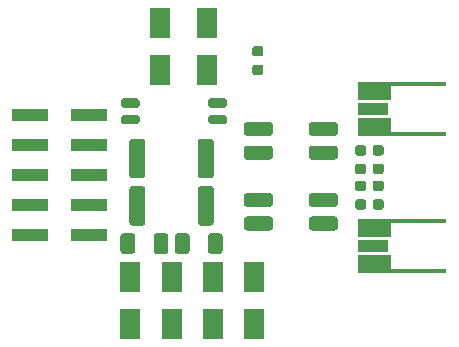
<source format=gtp>
G04 #@! TF.GenerationSoftware,KiCad,Pcbnew,5.1.9-73d0e3b20d~88~ubuntu20.04.1*
G04 #@! TF.CreationDate,2021-08-23T08:34:32+03:00*
G04 #@! TF.ProjectId,multirange_adapter,6d756c74-6972-4616-9e67-655f61646170,rev?*
G04 #@! TF.SameCoordinates,Original*
G04 #@! TF.FileFunction,Paste,Top*
G04 #@! TF.FilePolarity,Positive*
%FSLAX46Y46*%
G04 Gerber Fmt 4.6, Leading zero omitted, Abs format (unit mm)*
G04 Created by KiCad (PCBNEW 5.1.9-73d0e3b20d~88~ubuntu20.04.1) date 2021-08-23 08:34:32*
%MOMM*%
%LPD*%
G01*
G04 APERTURE LIST*
%ADD10C,0.350000*%
%ADD11R,2.600000X1.100000*%
%ADD12R,3.150000X1.000000*%
%ADD13R,1.800000X2.500000*%
G04 APERTURE END LIST*
D10*
G04 #@! TO.C,J4*
G36*
X110250000Y-106600000D02*
G01*
X117750000Y-106600000D01*
X117750000Y-106950000D01*
X113050000Y-106950000D01*
X113050000Y-108150000D01*
X110250000Y-108150000D01*
X110250000Y-106600000D01*
G37*
G36*
X110250000Y-109650000D02*
G01*
X113050000Y-109650000D01*
X113050000Y-110850000D01*
X117750000Y-110850000D01*
X117750000Y-111200000D01*
X110250000Y-111200000D01*
X110250000Y-109650000D01*
G37*
D11*
X111550000Y-108900000D03*
G04 #@! TD*
D10*
G04 #@! TO.C,J3*
G36*
X110250000Y-95000000D02*
G01*
X117750000Y-95000000D01*
X117750000Y-95350000D01*
X113050000Y-95350000D01*
X113050000Y-96550000D01*
X110250000Y-96550000D01*
X110250000Y-95000000D01*
G37*
G36*
X110250000Y-98050000D02*
G01*
X113050000Y-98050000D01*
X113050000Y-99250000D01*
X117750000Y-99250000D01*
X117750000Y-99600000D01*
X110250000Y-99600000D01*
X110250000Y-98050000D01*
G37*
D11*
X111550000Y-97300000D03*
G04 #@! TD*
G04 #@! TO.C,C2*
G36*
G01*
X112256250Y-104250000D02*
X111743750Y-104250000D01*
G75*
G02*
X111525000Y-104031250I0J218750D01*
G01*
X111525000Y-103593750D01*
G75*
G02*
X111743750Y-103375000I218750J0D01*
G01*
X112256250Y-103375000D01*
G75*
G02*
X112475000Y-103593750I0J-218750D01*
G01*
X112475000Y-104031250D01*
G75*
G02*
X112256250Y-104250000I-218750J0D01*
G01*
G37*
G36*
G01*
X112256250Y-105825000D02*
X111743750Y-105825000D01*
G75*
G02*
X111525000Y-105606250I0J218750D01*
G01*
X111525000Y-105168750D01*
G75*
G02*
X111743750Y-104950000I218750J0D01*
G01*
X112256250Y-104950000D01*
G75*
G02*
X112475000Y-105168750I0J-218750D01*
G01*
X112475000Y-105606250D01*
G75*
G02*
X112256250Y-105825000I-218750J0D01*
G01*
G37*
G04 #@! TD*
G04 #@! TO.C,C1*
G36*
G01*
X111743750Y-101937500D02*
X112256250Y-101937500D01*
G75*
G02*
X112475000Y-102156250I0J-218750D01*
G01*
X112475000Y-102593750D01*
G75*
G02*
X112256250Y-102812500I-218750J0D01*
G01*
X111743750Y-102812500D01*
G75*
G02*
X111525000Y-102593750I0J218750D01*
G01*
X111525000Y-102156250D01*
G75*
G02*
X111743750Y-101937500I218750J0D01*
G01*
G37*
G36*
G01*
X111743750Y-100362500D02*
X112256250Y-100362500D01*
G75*
G02*
X112475000Y-100581250I0J-218750D01*
G01*
X112475000Y-101018750D01*
G75*
G02*
X112256250Y-101237500I-218750J0D01*
G01*
X111743750Y-101237500D01*
G75*
G02*
X111525000Y-101018750I0J218750D01*
G01*
X111525000Y-100581250D01*
G75*
G02*
X111743750Y-100362500I218750J0D01*
G01*
G37*
G04 #@! TD*
G04 #@! TO.C,R7*
G36*
G01*
X110756250Y-104250000D02*
X110243750Y-104250000D01*
G75*
G02*
X110025000Y-104031250I0J218750D01*
G01*
X110025000Y-103593750D01*
G75*
G02*
X110243750Y-103375000I218750J0D01*
G01*
X110756250Y-103375000D01*
G75*
G02*
X110975000Y-103593750I0J-218750D01*
G01*
X110975000Y-104031250D01*
G75*
G02*
X110756250Y-104250000I-218750J0D01*
G01*
G37*
G36*
G01*
X110756250Y-105825000D02*
X110243750Y-105825000D01*
G75*
G02*
X110025000Y-105606250I0J218750D01*
G01*
X110025000Y-105168750D01*
G75*
G02*
X110243750Y-104950000I218750J0D01*
G01*
X110756250Y-104950000D01*
G75*
G02*
X110975000Y-105168750I0J-218750D01*
G01*
X110975000Y-105606250D01*
G75*
G02*
X110756250Y-105825000I-218750J0D01*
G01*
G37*
G04 #@! TD*
G04 #@! TO.C,R6*
G36*
G01*
X110243750Y-101950000D02*
X110756250Y-101950000D01*
G75*
G02*
X110975000Y-102168750I0J-218750D01*
G01*
X110975000Y-102606250D01*
G75*
G02*
X110756250Y-102825000I-218750J0D01*
G01*
X110243750Y-102825000D01*
G75*
G02*
X110025000Y-102606250I0J218750D01*
G01*
X110025000Y-102168750D01*
G75*
G02*
X110243750Y-101950000I218750J0D01*
G01*
G37*
G36*
G01*
X110243750Y-100375000D02*
X110756250Y-100375000D01*
G75*
G02*
X110975000Y-100593750I0J-218750D01*
G01*
X110975000Y-101031250D01*
G75*
G02*
X110756250Y-101250000I-218750J0D01*
G01*
X110243750Y-101250000D01*
G75*
G02*
X110025000Y-101031250I0J218750D01*
G01*
X110025000Y-100593750D01*
G75*
G02*
X110243750Y-100375000I218750J0D01*
G01*
G37*
G04 #@! TD*
G04 #@! TO.C,R1*
G36*
G01*
X102056250Y-92850000D02*
X101543750Y-92850000D01*
G75*
G02*
X101325000Y-92631250I0J218750D01*
G01*
X101325000Y-92193750D01*
G75*
G02*
X101543750Y-91975000I218750J0D01*
G01*
X102056250Y-91975000D01*
G75*
G02*
X102275000Y-92193750I0J-218750D01*
G01*
X102275000Y-92631250D01*
G75*
G02*
X102056250Y-92850000I-218750J0D01*
G01*
G37*
G36*
G01*
X102056250Y-94425000D02*
X101543750Y-94425000D01*
G75*
G02*
X101325000Y-94206250I0J218750D01*
G01*
X101325000Y-93768750D01*
G75*
G02*
X101543750Y-93550000I218750J0D01*
G01*
X102056250Y-93550000D01*
G75*
G02*
X102275000Y-93768750I0J-218750D01*
G01*
X102275000Y-94206250D01*
G75*
G02*
X102056250Y-94425000I-218750J0D01*
G01*
G37*
G04 #@! TD*
D12*
G04 #@! TO.C,J2*
X87525000Y-107980000D03*
X82475000Y-107980000D03*
X87525000Y-105440000D03*
X82475000Y-105440000D03*
X87525000Y-102900000D03*
X82475000Y-102900000D03*
X87525000Y-100360000D03*
X82475000Y-100360000D03*
X87525000Y-97820000D03*
X82475000Y-97820000D03*
G04 #@! TD*
G04 #@! TO.C,R3*
G36*
G01*
X92275000Y-100074999D02*
X92275000Y-102925001D01*
G75*
G02*
X92025001Y-103175000I-249999J0D01*
G01*
X91174999Y-103175000D01*
G75*
G02*
X90925000Y-102925001I0J249999D01*
G01*
X90925000Y-100074999D01*
G75*
G02*
X91174999Y-99825000I249999J0D01*
G01*
X92025001Y-99825000D01*
G75*
G02*
X92275000Y-100074999I0J-249999D01*
G01*
G37*
G36*
G01*
X98075000Y-100074999D02*
X98075000Y-102925001D01*
G75*
G02*
X97825001Y-103175000I-249999J0D01*
G01*
X96974999Y-103175000D01*
G75*
G02*
X96725000Y-102925001I0J249999D01*
G01*
X96725000Y-100074999D01*
G75*
G02*
X96974999Y-99825000I249999J0D01*
G01*
X97825001Y-99825000D01*
G75*
G02*
X98075000Y-100074999I0J-249999D01*
G01*
G37*
G04 #@! TD*
G04 #@! TO.C,R5*
G36*
G01*
X91425000Y-108075000D02*
X91425000Y-109325000D01*
G75*
G02*
X91175000Y-109575000I-250000J0D01*
G01*
X90425000Y-109575000D01*
G75*
G02*
X90175000Y-109325000I0J250000D01*
G01*
X90175000Y-108075000D01*
G75*
G02*
X90425000Y-107825000I250000J0D01*
G01*
X91175000Y-107825000D01*
G75*
G02*
X91425000Y-108075000I0J-250000D01*
G01*
G37*
G36*
G01*
X94225000Y-108075000D02*
X94225000Y-109325000D01*
G75*
G02*
X93975000Y-109575000I-250000J0D01*
G01*
X93225000Y-109575000D01*
G75*
G02*
X92975000Y-109325000I0J250000D01*
G01*
X92975000Y-108075000D01*
G75*
G02*
X93225000Y-107825000I250000J0D01*
G01*
X93975000Y-107825000D01*
G75*
G02*
X94225000Y-108075000I0J-250000D01*
G01*
G37*
G04 #@! TD*
G04 #@! TO.C,R2*
G36*
G01*
X97575000Y-109325000D02*
X97575000Y-108075000D01*
G75*
G02*
X97825000Y-107825000I250000J0D01*
G01*
X98575000Y-107825000D01*
G75*
G02*
X98825000Y-108075000I0J-250000D01*
G01*
X98825000Y-109325000D01*
G75*
G02*
X98575000Y-109575000I-250000J0D01*
G01*
X97825000Y-109575000D01*
G75*
G02*
X97575000Y-109325000I0J250000D01*
G01*
G37*
G36*
G01*
X94775000Y-109325000D02*
X94775000Y-108075000D01*
G75*
G02*
X95025000Y-107825000I250000J0D01*
G01*
X95775000Y-107825000D01*
G75*
G02*
X96025000Y-108075000I0J-250000D01*
G01*
X96025000Y-109325000D01*
G75*
G02*
X95775000Y-109575000I-250000J0D01*
G01*
X95025000Y-109575000D01*
G75*
G02*
X94775000Y-109325000I0J250000D01*
G01*
G37*
G04 #@! TD*
G04 #@! TO.C,SW2*
G36*
G01*
X106400000Y-106400000D02*
X108300000Y-106400000D01*
G75*
G02*
X108600000Y-106700000I0J-300000D01*
G01*
X108600000Y-107300000D01*
G75*
G02*
X108300000Y-107600000I-300000J0D01*
G01*
X106400000Y-107600000D01*
G75*
G02*
X106100000Y-107300000I0J300000D01*
G01*
X106100000Y-106700000D01*
G75*
G02*
X106400000Y-106400000I300000J0D01*
G01*
G37*
G36*
G01*
X106400000Y-104400000D02*
X108300000Y-104400000D01*
G75*
G02*
X108600000Y-104700000I0J-300000D01*
G01*
X108600000Y-105300000D01*
G75*
G02*
X108300000Y-105600000I-300000J0D01*
G01*
X106400000Y-105600000D01*
G75*
G02*
X106100000Y-105300000I0J300000D01*
G01*
X106100000Y-104700000D01*
G75*
G02*
X106400000Y-104400000I300000J0D01*
G01*
G37*
G36*
G01*
X106400000Y-100400000D02*
X108300000Y-100400000D01*
G75*
G02*
X108600000Y-100700000I0J-300000D01*
G01*
X108600000Y-101300000D01*
G75*
G02*
X108300000Y-101600000I-300000J0D01*
G01*
X106400000Y-101600000D01*
G75*
G02*
X106100000Y-101300000I0J300000D01*
G01*
X106100000Y-100700000D01*
G75*
G02*
X106400000Y-100400000I300000J0D01*
G01*
G37*
G36*
G01*
X106400000Y-98400000D02*
X108300000Y-98400000D01*
G75*
G02*
X108600000Y-98700000I0J-300000D01*
G01*
X108600000Y-99300000D01*
G75*
G02*
X108300000Y-99600000I-300000J0D01*
G01*
X106400000Y-99600000D01*
G75*
G02*
X106100000Y-99300000I0J300000D01*
G01*
X106100000Y-98700000D01*
G75*
G02*
X106400000Y-98400000I300000J0D01*
G01*
G37*
G36*
G01*
X100900000Y-106400000D02*
X102800000Y-106400000D01*
G75*
G02*
X103100000Y-106700000I0J-300000D01*
G01*
X103100000Y-107300000D01*
G75*
G02*
X102800000Y-107600000I-300000J0D01*
G01*
X100900000Y-107600000D01*
G75*
G02*
X100600000Y-107300000I0J300000D01*
G01*
X100600000Y-106700000D01*
G75*
G02*
X100900000Y-106400000I300000J0D01*
G01*
G37*
G36*
G01*
X100900000Y-104400000D02*
X102800000Y-104400000D01*
G75*
G02*
X103100000Y-104700000I0J-300000D01*
G01*
X103100000Y-105300000D01*
G75*
G02*
X102800000Y-105600000I-300000J0D01*
G01*
X100900000Y-105600000D01*
G75*
G02*
X100600000Y-105300000I0J300000D01*
G01*
X100600000Y-104700000D01*
G75*
G02*
X100900000Y-104400000I300000J0D01*
G01*
G37*
G36*
G01*
X100900000Y-100400000D02*
X102800000Y-100400000D01*
G75*
G02*
X103100000Y-100700000I0J-300000D01*
G01*
X103100000Y-101300000D01*
G75*
G02*
X102800000Y-101600000I-300000J0D01*
G01*
X100900000Y-101600000D01*
G75*
G02*
X100600000Y-101300000I0J300000D01*
G01*
X100600000Y-100700000D01*
G75*
G02*
X100900000Y-100400000I300000J0D01*
G01*
G37*
G36*
G01*
X100900000Y-98400000D02*
X102800000Y-98400000D01*
G75*
G02*
X103100000Y-98700000I0J-300000D01*
G01*
X103100000Y-99300000D01*
G75*
G02*
X102800000Y-99600000I-300000J0D01*
G01*
X100900000Y-99600000D01*
G75*
G02*
X100600000Y-99300000I0J300000D01*
G01*
X100600000Y-98700000D01*
G75*
G02*
X100900000Y-98400000I300000J0D01*
G01*
G37*
G04 #@! TD*
G04 #@! TO.C,R4*
G36*
G01*
X92275000Y-104074999D02*
X92275000Y-106925001D01*
G75*
G02*
X92025001Y-107175000I-249999J0D01*
G01*
X91174999Y-107175000D01*
G75*
G02*
X90925000Y-106925001I0J249999D01*
G01*
X90925000Y-104074999D01*
G75*
G02*
X91174999Y-103825000I249999J0D01*
G01*
X92025001Y-103825000D01*
G75*
G02*
X92275000Y-104074999I0J-249999D01*
G01*
G37*
G36*
G01*
X98075000Y-104074999D02*
X98075000Y-106925001D01*
G75*
G02*
X97825001Y-107175000I-249999J0D01*
G01*
X96974999Y-107175000D01*
G75*
G02*
X96725000Y-106925001I0J249999D01*
G01*
X96725000Y-104074999D01*
G75*
G02*
X96974999Y-103825000I249999J0D01*
G01*
X97825001Y-103825000D01*
G75*
G02*
X98075000Y-104074999I0J-249999D01*
G01*
G37*
G04 #@! TD*
G04 #@! TO.C,F1*
G36*
G01*
X97600000Y-98400000D02*
X97600000Y-98000000D01*
G75*
G02*
X97800000Y-97800000I200000J0D01*
G01*
X99000000Y-97800000D01*
G75*
G02*
X99200000Y-98000000I0J-200000D01*
G01*
X99200000Y-98400000D01*
G75*
G02*
X99000000Y-98600000I-200000J0D01*
G01*
X97800000Y-98600000D01*
G75*
G02*
X97600000Y-98400000I0J200000D01*
G01*
G37*
G36*
G01*
X97600000Y-97000000D02*
X97600000Y-96600000D01*
G75*
G02*
X97800000Y-96400000I200000J0D01*
G01*
X99000000Y-96400000D01*
G75*
G02*
X99200000Y-96600000I0J-200000D01*
G01*
X99200000Y-97000000D01*
G75*
G02*
X99000000Y-97200000I-200000J0D01*
G01*
X97800000Y-97200000D01*
G75*
G02*
X97600000Y-97000000I0J200000D01*
G01*
G37*
G36*
G01*
X90200000Y-98400000D02*
X90200000Y-98000000D01*
G75*
G02*
X90400000Y-97800000I200000J0D01*
G01*
X91600000Y-97800000D01*
G75*
G02*
X91800000Y-98000000I0J-200000D01*
G01*
X91800000Y-98400000D01*
G75*
G02*
X91600000Y-98600000I-200000J0D01*
G01*
X90400000Y-98600000D01*
G75*
G02*
X90200000Y-98400000I0J200000D01*
G01*
G37*
G36*
G01*
X90200000Y-97000000D02*
X90200000Y-96600000D01*
G75*
G02*
X90400000Y-96400000I200000J0D01*
G01*
X91600000Y-96400000D01*
G75*
G02*
X91800000Y-96600000I0J-200000D01*
G01*
X91800000Y-97000000D01*
G75*
G02*
X91600000Y-97200000I-200000J0D01*
G01*
X90400000Y-97200000D01*
G75*
G02*
X90200000Y-97000000I0J200000D01*
G01*
G37*
G04 #@! TD*
D13*
G04 #@! TO.C,D6*
X101500000Y-115500000D03*
X101500000Y-111500000D03*
G04 #@! TD*
G04 #@! TO.C,D4*
X98000000Y-115500000D03*
X98000000Y-111500000D03*
G04 #@! TD*
G04 #@! TO.C,D2*
X93500000Y-94000000D03*
X93500000Y-90000000D03*
G04 #@! TD*
G04 #@! TO.C,D5*
X91000000Y-111500000D03*
X91000000Y-115500000D03*
G04 #@! TD*
G04 #@! TO.C,D3*
X94500000Y-111500000D03*
X94500000Y-115500000D03*
G04 #@! TD*
G04 #@! TO.C,D1*
X97500000Y-90000000D03*
X97500000Y-94000000D03*
G04 #@! TD*
M02*

</source>
